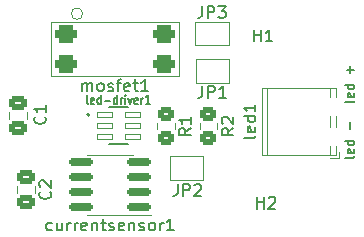
<source format=gto>
G04 #@! TF.GenerationSoftware,KiCad,Pcbnew,7.0.2*
G04 #@! TF.CreationDate,2023-05-22T14:58:51+02:00*
G04 #@! TF.ProjectId,relaismsofet correctie,72656c61-6973-46d7-936f-66657420636f,rev?*
G04 #@! TF.SameCoordinates,Original*
G04 #@! TF.FileFunction,Legend,Top*
G04 #@! TF.FilePolarity,Positive*
%FSLAX46Y46*%
G04 Gerber Fmt 4.6, Leading zero omitted, Abs format (unit mm)*
G04 Created by KiCad (PCBNEW 7.0.2) date 2023-05-22 14:58:51*
%MOMM*%
%LPD*%
G01*
G04 APERTURE LIST*
G04 Aperture macros list*
%AMRoundRect*
0 Rectangle with rounded corners*
0 $1 Rounding radius*
0 $2 $3 $4 $5 $6 $7 $8 $9 X,Y pos of 4 corners*
0 Add a 4 corners polygon primitive as box body*
4,1,4,$2,$3,$4,$5,$6,$7,$8,$9,$2,$3,0*
0 Add four circle primitives for the rounded corners*
1,1,$1+$1,$2,$3*
1,1,$1+$1,$4,$5*
1,1,$1+$1,$6,$7*
1,1,$1+$1,$8,$9*
0 Add four rect primitives between the rounded corners*
20,1,$1+$1,$2,$3,$4,$5,0*
20,1,$1+$1,$4,$5,$6,$7,0*
20,1,$1+$1,$6,$7,$8,$9,0*
20,1,$1+$1,$8,$9,$2,$3,0*%
G04 Aperture macros list end*
%ADD10C,0.200000*%
%ADD11C,0.150000*%
%ADD12C,0.120000*%
%ADD13C,0.127000*%
%ADD14R,1.000000X1.500000*%
%ADD15RoundRect,0.375000X0.575000X0.375000X-0.575000X0.375000X-0.575000X-0.375000X0.575000X-0.375000X0*%
%ADD16C,2.500000*%
%ADD17RoundRect,0.041300X-0.643700X-0.253700X0.643700X-0.253700X0.643700X0.253700X-0.643700X0.253700X0*%
%ADD18RoundRect,0.250000X-0.450000X0.350000X-0.450000X-0.350000X0.450000X-0.350000X0.450000X0.350000X0*%
%ADD19RoundRect,0.250000X0.475000X-0.337500X0.475000X0.337500X-0.475000X0.337500X-0.475000X-0.337500X0*%
%ADD20C,1.100000*%
%ADD21R,2.200000X2.200000*%
%ADD22C,2.200000*%
%ADD23RoundRect,0.250000X-0.475000X0.337500X-0.475000X-0.337500X0.475000X-0.337500X0.475000X0.337500X0*%
%ADD24RoundRect,0.150000X0.825000X0.150000X-0.825000X0.150000X-0.825000X-0.150000X0.825000X-0.150000X0*%
%ADD25R,1.700000X1.700000*%
%ADD26O,1.700000X1.700000*%
G04 APERTURE END LIST*
D10*
X114652095Y-85195238D02*
X114614000Y-85271428D01*
X114614000Y-85271428D02*
X114537809Y-85309523D01*
X114537809Y-85309523D02*
X113852095Y-85309523D01*
X114614000Y-84585713D02*
X114652095Y-84661904D01*
X114652095Y-84661904D02*
X114652095Y-84814285D01*
X114652095Y-84814285D02*
X114614000Y-84890475D01*
X114614000Y-84890475D02*
X114537809Y-84928571D01*
X114537809Y-84928571D02*
X114233047Y-84928571D01*
X114233047Y-84928571D02*
X114156857Y-84890475D01*
X114156857Y-84890475D02*
X114118761Y-84814285D01*
X114118761Y-84814285D02*
X114118761Y-84661904D01*
X114118761Y-84661904D02*
X114156857Y-84585713D01*
X114156857Y-84585713D02*
X114233047Y-84547618D01*
X114233047Y-84547618D02*
X114309238Y-84547618D01*
X114309238Y-84547618D02*
X114385428Y-84928571D01*
X114652095Y-83861904D02*
X113852095Y-83861904D01*
X114614000Y-83861904D02*
X114652095Y-83938095D01*
X114652095Y-83938095D02*
X114652095Y-84090476D01*
X114652095Y-84090476D02*
X114614000Y-84166666D01*
X114614000Y-84166666D02*
X114575904Y-84204761D01*
X114575904Y-84204761D02*
X114499714Y-84242857D01*
X114499714Y-84242857D02*
X114271142Y-84242857D01*
X114271142Y-84242857D02*
X114194952Y-84204761D01*
X114194952Y-84204761D02*
X114156857Y-84166666D01*
X114156857Y-84166666D02*
X114118761Y-84090476D01*
X114118761Y-84090476D02*
X114118761Y-83938095D01*
X114118761Y-83938095D02*
X114156857Y-83861904D01*
X114347333Y-82871427D02*
X114347333Y-82261904D01*
X114652095Y-80470238D02*
X114614000Y-80546428D01*
X114614000Y-80546428D02*
X114537809Y-80584523D01*
X114537809Y-80584523D02*
X113852095Y-80584523D01*
X114614000Y-79860713D02*
X114652095Y-79936904D01*
X114652095Y-79936904D02*
X114652095Y-80089285D01*
X114652095Y-80089285D02*
X114614000Y-80165475D01*
X114614000Y-80165475D02*
X114537809Y-80203571D01*
X114537809Y-80203571D02*
X114233047Y-80203571D01*
X114233047Y-80203571D02*
X114156857Y-80165475D01*
X114156857Y-80165475D02*
X114118761Y-80089285D01*
X114118761Y-80089285D02*
X114118761Y-79936904D01*
X114118761Y-79936904D02*
X114156857Y-79860713D01*
X114156857Y-79860713D02*
X114233047Y-79822618D01*
X114233047Y-79822618D02*
X114309238Y-79822618D01*
X114309238Y-79822618D02*
X114385428Y-80203571D01*
X114652095Y-79136904D02*
X113852095Y-79136904D01*
X114614000Y-79136904D02*
X114652095Y-79213095D01*
X114652095Y-79213095D02*
X114652095Y-79365476D01*
X114652095Y-79365476D02*
X114614000Y-79441666D01*
X114614000Y-79441666D02*
X114575904Y-79479761D01*
X114575904Y-79479761D02*
X114499714Y-79517857D01*
X114499714Y-79517857D02*
X114271142Y-79517857D01*
X114271142Y-79517857D02*
X114194952Y-79479761D01*
X114194952Y-79479761D02*
X114156857Y-79441666D01*
X114156857Y-79441666D02*
X114118761Y-79365476D01*
X114118761Y-79365476D02*
X114118761Y-79213095D01*
X114118761Y-79213095D02*
X114156857Y-79136904D01*
X114347333Y-78146427D02*
X114347333Y-77536904D01*
X114652095Y-77841665D02*
X114042571Y-77841665D01*
D11*
X99716666Y-87537619D02*
X99716666Y-88251904D01*
X99716666Y-88251904D02*
X99669047Y-88394761D01*
X99669047Y-88394761D02*
X99573809Y-88490000D01*
X99573809Y-88490000D02*
X99430952Y-88537619D01*
X99430952Y-88537619D02*
X99335714Y-88537619D01*
X100192857Y-88537619D02*
X100192857Y-87537619D01*
X100192857Y-87537619D02*
X100573809Y-87537619D01*
X100573809Y-87537619D02*
X100669047Y-87585238D01*
X100669047Y-87585238D02*
X100716666Y-87632857D01*
X100716666Y-87632857D02*
X100764285Y-87728095D01*
X100764285Y-87728095D02*
X100764285Y-87870952D01*
X100764285Y-87870952D02*
X100716666Y-87966190D01*
X100716666Y-87966190D02*
X100669047Y-88013809D01*
X100669047Y-88013809D02*
X100573809Y-88061428D01*
X100573809Y-88061428D02*
X100192857Y-88061428D01*
X101145238Y-87632857D02*
X101192857Y-87585238D01*
X101192857Y-87585238D02*
X101288095Y-87537619D01*
X101288095Y-87537619D02*
X101526190Y-87537619D01*
X101526190Y-87537619D02*
X101621428Y-87585238D01*
X101621428Y-87585238D02*
X101669047Y-87632857D01*
X101669047Y-87632857D02*
X101716666Y-87728095D01*
X101716666Y-87728095D02*
X101716666Y-87823333D01*
X101716666Y-87823333D02*
X101669047Y-87966190D01*
X101669047Y-87966190D02*
X101097619Y-88537619D01*
X101097619Y-88537619D02*
X101716666Y-88537619D01*
X101791666Y-72462619D02*
X101791666Y-73176904D01*
X101791666Y-73176904D02*
X101744047Y-73319761D01*
X101744047Y-73319761D02*
X101648809Y-73415000D01*
X101648809Y-73415000D02*
X101505952Y-73462619D01*
X101505952Y-73462619D02*
X101410714Y-73462619D01*
X102267857Y-73462619D02*
X102267857Y-72462619D01*
X102267857Y-72462619D02*
X102648809Y-72462619D01*
X102648809Y-72462619D02*
X102744047Y-72510238D01*
X102744047Y-72510238D02*
X102791666Y-72557857D01*
X102791666Y-72557857D02*
X102839285Y-72653095D01*
X102839285Y-72653095D02*
X102839285Y-72795952D01*
X102839285Y-72795952D02*
X102791666Y-72891190D01*
X102791666Y-72891190D02*
X102744047Y-72938809D01*
X102744047Y-72938809D02*
X102648809Y-72986428D01*
X102648809Y-72986428D02*
X102267857Y-72986428D01*
X103172619Y-72462619D02*
X103791666Y-72462619D01*
X103791666Y-72462619D02*
X103458333Y-72843571D01*
X103458333Y-72843571D02*
X103601190Y-72843571D01*
X103601190Y-72843571D02*
X103696428Y-72891190D01*
X103696428Y-72891190D02*
X103744047Y-72938809D01*
X103744047Y-72938809D02*
X103791666Y-73034047D01*
X103791666Y-73034047D02*
X103791666Y-73272142D01*
X103791666Y-73272142D02*
X103744047Y-73367380D01*
X103744047Y-73367380D02*
X103696428Y-73415000D01*
X103696428Y-73415000D02*
X103601190Y-73462619D01*
X103601190Y-73462619D02*
X103315476Y-73462619D01*
X103315476Y-73462619D02*
X103220238Y-73415000D01*
X103220238Y-73415000D02*
X103172619Y-73367380D01*
X91638095Y-79662619D02*
X91638095Y-78995952D01*
X91638095Y-79091190D02*
X91685714Y-79043571D01*
X91685714Y-79043571D02*
X91780952Y-78995952D01*
X91780952Y-78995952D02*
X91923809Y-78995952D01*
X91923809Y-78995952D02*
X92019047Y-79043571D01*
X92019047Y-79043571D02*
X92066666Y-79138809D01*
X92066666Y-79138809D02*
X92066666Y-79662619D01*
X92066666Y-79138809D02*
X92114285Y-79043571D01*
X92114285Y-79043571D02*
X92209523Y-78995952D01*
X92209523Y-78995952D02*
X92352380Y-78995952D01*
X92352380Y-78995952D02*
X92447619Y-79043571D01*
X92447619Y-79043571D02*
X92495238Y-79138809D01*
X92495238Y-79138809D02*
X92495238Y-79662619D01*
X93114285Y-79662619D02*
X93019047Y-79615000D01*
X93019047Y-79615000D02*
X92971428Y-79567380D01*
X92971428Y-79567380D02*
X92923809Y-79472142D01*
X92923809Y-79472142D02*
X92923809Y-79186428D01*
X92923809Y-79186428D02*
X92971428Y-79091190D01*
X92971428Y-79091190D02*
X93019047Y-79043571D01*
X93019047Y-79043571D02*
X93114285Y-78995952D01*
X93114285Y-78995952D02*
X93257142Y-78995952D01*
X93257142Y-78995952D02*
X93352380Y-79043571D01*
X93352380Y-79043571D02*
X93399999Y-79091190D01*
X93399999Y-79091190D02*
X93447618Y-79186428D01*
X93447618Y-79186428D02*
X93447618Y-79472142D01*
X93447618Y-79472142D02*
X93399999Y-79567380D01*
X93399999Y-79567380D02*
X93352380Y-79615000D01*
X93352380Y-79615000D02*
X93257142Y-79662619D01*
X93257142Y-79662619D02*
X93114285Y-79662619D01*
X93828571Y-79615000D02*
X93923809Y-79662619D01*
X93923809Y-79662619D02*
X94114285Y-79662619D01*
X94114285Y-79662619D02*
X94209523Y-79615000D01*
X94209523Y-79615000D02*
X94257142Y-79519761D01*
X94257142Y-79519761D02*
X94257142Y-79472142D01*
X94257142Y-79472142D02*
X94209523Y-79376904D01*
X94209523Y-79376904D02*
X94114285Y-79329285D01*
X94114285Y-79329285D02*
X93971428Y-79329285D01*
X93971428Y-79329285D02*
X93876190Y-79281666D01*
X93876190Y-79281666D02*
X93828571Y-79186428D01*
X93828571Y-79186428D02*
X93828571Y-79138809D01*
X93828571Y-79138809D02*
X93876190Y-79043571D01*
X93876190Y-79043571D02*
X93971428Y-78995952D01*
X93971428Y-78995952D02*
X94114285Y-78995952D01*
X94114285Y-78995952D02*
X94209523Y-79043571D01*
X94542857Y-78995952D02*
X94923809Y-78995952D01*
X94685714Y-79662619D02*
X94685714Y-78805476D01*
X94685714Y-78805476D02*
X94733333Y-78710238D01*
X94733333Y-78710238D02*
X94828571Y-78662619D01*
X94828571Y-78662619D02*
X94923809Y-78662619D01*
X95638095Y-79615000D02*
X95542857Y-79662619D01*
X95542857Y-79662619D02*
X95352381Y-79662619D01*
X95352381Y-79662619D02*
X95257143Y-79615000D01*
X95257143Y-79615000D02*
X95209524Y-79519761D01*
X95209524Y-79519761D02*
X95209524Y-79138809D01*
X95209524Y-79138809D02*
X95257143Y-79043571D01*
X95257143Y-79043571D02*
X95352381Y-78995952D01*
X95352381Y-78995952D02*
X95542857Y-78995952D01*
X95542857Y-78995952D02*
X95638095Y-79043571D01*
X95638095Y-79043571D02*
X95685714Y-79138809D01*
X95685714Y-79138809D02*
X95685714Y-79234047D01*
X95685714Y-79234047D02*
X95209524Y-79329285D01*
X95971429Y-78995952D02*
X96352381Y-78995952D01*
X96114286Y-78662619D02*
X96114286Y-79519761D01*
X96114286Y-79519761D02*
X96161905Y-79615000D01*
X96161905Y-79615000D02*
X96257143Y-79662619D01*
X96257143Y-79662619D02*
X96352381Y-79662619D01*
X97209524Y-79662619D02*
X96638096Y-79662619D01*
X96923810Y-79662619D02*
X96923810Y-78662619D01*
X96923810Y-78662619D02*
X96828572Y-78805476D01*
X96828572Y-78805476D02*
X96733334Y-78900714D01*
X96733334Y-78900714D02*
X96638096Y-78948333D01*
X106430095Y-89616619D02*
X106430095Y-88616619D01*
X106430095Y-89092809D02*
X107001523Y-89092809D01*
X107001523Y-89616619D02*
X107001523Y-88616619D01*
X107430095Y-88711857D02*
X107477714Y-88664238D01*
X107477714Y-88664238D02*
X107572952Y-88616619D01*
X107572952Y-88616619D02*
X107811047Y-88616619D01*
X107811047Y-88616619D02*
X107906285Y-88664238D01*
X107906285Y-88664238D02*
X107953904Y-88711857D01*
X107953904Y-88711857D02*
X108001523Y-88807095D01*
X108001523Y-88807095D02*
X108001523Y-88902333D01*
X108001523Y-88902333D02*
X107953904Y-89045190D01*
X107953904Y-89045190D02*
X107382476Y-89616619D01*
X107382476Y-89616619D02*
X108001523Y-89616619D01*
X101816666Y-79212619D02*
X101816666Y-79926904D01*
X101816666Y-79926904D02*
X101769047Y-80069761D01*
X101769047Y-80069761D02*
X101673809Y-80165000D01*
X101673809Y-80165000D02*
X101530952Y-80212619D01*
X101530952Y-80212619D02*
X101435714Y-80212619D01*
X102292857Y-80212619D02*
X102292857Y-79212619D01*
X102292857Y-79212619D02*
X102673809Y-79212619D01*
X102673809Y-79212619D02*
X102769047Y-79260238D01*
X102769047Y-79260238D02*
X102816666Y-79307857D01*
X102816666Y-79307857D02*
X102864285Y-79403095D01*
X102864285Y-79403095D02*
X102864285Y-79545952D01*
X102864285Y-79545952D02*
X102816666Y-79641190D01*
X102816666Y-79641190D02*
X102769047Y-79688809D01*
X102769047Y-79688809D02*
X102673809Y-79736428D01*
X102673809Y-79736428D02*
X102292857Y-79736428D01*
X103816666Y-80212619D02*
X103245238Y-80212619D01*
X103530952Y-80212619D02*
X103530952Y-79212619D01*
X103530952Y-79212619D02*
X103435714Y-79355476D01*
X103435714Y-79355476D02*
X103340476Y-79450714D01*
X103340476Y-79450714D02*
X103245238Y-79498333D01*
X92155238Y-80770095D02*
X92094286Y-80732000D01*
X92094286Y-80732000D02*
X92063809Y-80655809D01*
X92063809Y-80655809D02*
X92063809Y-79970095D01*
X92642857Y-80732000D02*
X92581905Y-80770095D01*
X92581905Y-80770095D02*
X92460000Y-80770095D01*
X92460000Y-80770095D02*
X92399047Y-80732000D01*
X92399047Y-80732000D02*
X92368571Y-80655809D01*
X92368571Y-80655809D02*
X92368571Y-80351047D01*
X92368571Y-80351047D02*
X92399047Y-80274857D01*
X92399047Y-80274857D02*
X92460000Y-80236761D01*
X92460000Y-80236761D02*
X92581905Y-80236761D01*
X92581905Y-80236761D02*
X92642857Y-80274857D01*
X92642857Y-80274857D02*
X92673333Y-80351047D01*
X92673333Y-80351047D02*
X92673333Y-80427238D01*
X92673333Y-80427238D02*
X92368571Y-80503428D01*
X93221904Y-80770095D02*
X93221904Y-79970095D01*
X93221904Y-80732000D02*
X93160952Y-80770095D01*
X93160952Y-80770095D02*
X93039047Y-80770095D01*
X93039047Y-80770095D02*
X92978095Y-80732000D01*
X92978095Y-80732000D02*
X92947618Y-80693904D01*
X92947618Y-80693904D02*
X92917142Y-80617714D01*
X92917142Y-80617714D02*
X92917142Y-80389142D01*
X92917142Y-80389142D02*
X92947618Y-80312952D01*
X92947618Y-80312952D02*
X92978095Y-80274857D01*
X92978095Y-80274857D02*
X93039047Y-80236761D01*
X93039047Y-80236761D02*
X93160952Y-80236761D01*
X93160952Y-80236761D02*
X93221904Y-80274857D01*
X93526666Y-80465333D02*
X94014286Y-80465333D01*
X94593333Y-80770095D02*
X94593333Y-79970095D01*
X94593333Y-80732000D02*
X94532381Y-80770095D01*
X94532381Y-80770095D02*
X94410476Y-80770095D01*
X94410476Y-80770095D02*
X94349524Y-80732000D01*
X94349524Y-80732000D02*
X94319047Y-80693904D01*
X94319047Y-80693904D02*
X94288571Y-80617714D01*
X94288571Y-80617714D02*
X94288571Y-80389142D01*
X94288571Y-80389142D02*
X94319047Y-80312952D01*
X94319047Y-80312952D02*
X94349524Y-80274857D01*
X94349524Y-80274857D02*
X94410476Y-80236761D01*
X94410476Y-80236761D02*
X94532381Y-80236761D01*
X94532381Y-80236761D02*
X94593333Y-80274857D01*
X94898095Y-80770095D02*
X94898095Y-80236761D01*
X94898095Y-80389142D02*
X94928572Y-80312952D01*
X94928572Y-80312952D02*
X94959048Y-80274857D01*
X94959048Y-80274857D02*
X95020000Y-80236761D01*
X95020000Y-80236761D02*
X95080953Y-80236761D01*
X95294285Y-80770095D02*
X95294285Y-80236761D01*
X95294285Y-79970095D02*
X95263809Y-80008190D01*
X95263809Y-80008190D02*
X95294285Y-80046285D01*
X95294285Y-80046285D02*
X95324762Y-80008190D01*
X95324762Y-80008190D02*
X95294285Y-79970095D01*
X95294285Y-79970095D02*
X95294285Y-80046285D01*
X95538095Y-80236761D02*
X95690476Y-80770095D01*
X95690476Y-80770095D02*
X95842857Y-80236761D01*
X96330476Y-80732000D02*
X96269524Y-80770095D01*
X96269524Y-80770095D02*
X96147619Y-80770095D01*
X96147619Y-80770095D02*
X96086666Y-80732000D01*
X96086666Y-80732000D02*
X96056190Y-80655809D01*
X96056190Y-80655809D02*
X96056190Y-80351047D01*
X96056190Y-80351047D02*
X96086666Y-80274857D01*
X96086666Y-80274857D02*
X96147619Y-80236761D01*
X96147619Y-80236761D02*
X96269524Y-80236761D01*
X96269524Y-80236761D02*
X96330476Y-80274857D01*
X96330476Y-80274857D02*
X96360952Y-80351047D01*
X96360952Y-80351047D02*
X96360952Y-80427238D01*
X96360952Y-80427238D02*
X96056190Y-80503428D01*
X96635237Y-80770095D02*
X96635237Y-80236761D01*
X96635237Y-80389142D02*
X96665714Y-80312952D01*
X96665714Y-80312952D02*
X96696190Y-80274857D01*
X96696190Y-80274857D02*
X96757142Y-80236761D01*
X96757142Y-80236761D02*
X96818095Y-80236761D01*
X97366666Y-80770095D02*
X97000951Y-80770095D01*
X97183808Y-80770095D02*
X97183808Y-79970095D01*
X97183808Y-79970095D02*
X97122856Y-80084380D01*
X97122856Y-80084380D02*
X97061904Y-80160571D01*
X97061904Y-80160571D02*
X97000951Y-80198666D01*
X104437619Y-82791666D02*
X103961428Y-83124999D01*
X104437619Y-83363094D02*
X103437619Y-83363094D01*
X103437619Y-83363094D02*
X103437619Y-82982142D01*
X103437619Y-82982142D02*
X103485238Y-82886904D01*
X103485238Y-82886904D02*
X103532857Y-82839285D01*
X103532857Y-82839285D02*
X103628095Y-82791666D01*
X103628095Y-82791666D02*
X103770952Y-82791666D01*
X103770952Y-82791666D02*
X103866190Y-82839285D01*
X103866190Y-82839285D02*
X103913809Y-82886904D01*
X103913809Y-82886904D02*
X103961428Y-82982142D01*
X103961428Y-82982142D02*
X103961428Y-83363094D01*
X103532857Y-82410713D02*
X103485238Y-82363094D01*
X103485238Y-82363094D02*
X103437619Y-82267856D01*
X103437619Y-82267856D02*
X103437619Y-82029761D01*
X103437619Y-82029761D02*
X103485238Y-81934523D01*
X103485238Y-81934523D02*
X103532857Y-81886904D01*
X103532857Y-81886904D02*
X103628095Y-81839285D01*
X103628095Y-81839285D02*
X103723333Y-81839285D01*
X103723333Y-81839285D02*
X103866190Y-81886904D01*
X103866190Y-81886904D02*
X104437619Y-82458332D01*
X104437619Y-82458332D02*
X104437619Y-81839285D01*
X100837619Y-82791666D02*
X100361428Y-83124999D01*
X100837619Y-83363094D02*
X99837619Y-83363094D01*
X99837619Y-83363094D02*
X99837619Y-82982142D01*
X99837619Y-82982142D02*
X99885238Y-82886904D01*
X99885238Y-82886904D02*
X99932857Y-82839285D01*
X99932857Y-82839285D02*
X100028095Y-82791666D01*
X100028095Y-82791666D02*
X100170952Y-82791666D01*
X100170952Y-82791666D02*
X100266190Y-82839285D01*
X100266190Y-82839285D02*
X100313809Y-82886904D01*
X100313809Y-82886904D02*
X100361428Y-82982142D01*
X100361428Y-82982142D02*
X100361428Y-83363094D01*
X100837619Y-81839285D02*
X100837619Y-82410713D01*
X100837619Y-82124999D02*
X99837619Y-82124999D01*
X99837619Y-82124999D02*
X99980476Y-82220237D01*
X99980476Y-82220237D02*
X100075714Y-82315475D01*
X100075714Y-82315475D02*
X100123333Y-82410713D01*
X88467380Y-81816666D02*
X88515000Y-81864285D01*
X88515000Y-81864285D02*
X88562619Y-82007142D01*
X88562619Y-82007142D02*
X88562619Y-82102380D01*
X88562619Y-82102380D02*
X88515000Y-82245237D01*
X88515000Y-82245237D02*
X88419761Y-82340475D01*
X88419761Y-82340475D02*
X88324523Y-82388094D01*
X88324523Y-82388094D02*
X88134047Y-82435713D01*
X88134047Y-82435713D02*
X87991190Y-82435713D01*
X87991190Y-82435713D02*
X87800714Y-82388094D01*
X87800714Y-82388094D02*
X87705476Y-82340475D01*
X87705476Y-82340475D02*
X87610238Y-82245237D01*
X87610238Y-82245237D02*
X87562619Y-82102380D01*
X87562619Y-82102380D02*
X87562619Y-82007142D01*
X87562619Y-82007142D02*
X87610238Y-81864285D01*
X87610238Y-81864285D02*
X87657857Y-81816666D01*
X88562619Y-80864285D02*
X88562619Y-81435713D01*
X88562619Y-81149999D02*
X87562619Y-81149999D01*
X87562619Y-81149999D02*
X87705476Y-81245237D01*
X87705476Y-81245237D02*
X87800714Y-81340475D01*
X87800714Y-81340475D02*
X87848333Y-81435713D01*
X106302619Y-83468095D02*
X106255000Y-83563333D01*
X106255000Y-83563333D02*
X106159761Y-83610952D01*
X106159761Y-83610952D02*
X105302619Y-83610952D01*
X106255000Y-82706190D02*
X106302619Y-82801428D01*
X106302619Y-82801428D02*
X106302619Y-82991904D01*
X106302619Y-82991904D02*
X106255000Y-83087142D01*
X106255000Y-83087142D02*
X106159761Y-83134761D01*
X106159761Y-83134761D02*
X105778809Y-83134761D01*
X105778809Y-83134761D02*
X105683571Y-83087142D01*
X105683571Y-83087142D02*
X105635952Y-82991904D01*
X105635952Y-82991904D02*
X105635952Y-82801428D01*
X105635952Y-82801428D02*
X105683571Y-82706190D01*
X105683571Y-82706190D02*
X105778809Y-82658571D01*
X105778809Y-82658571D02*
X105874047Y-82658571D01*
X105874047Y-82658571D02*
X105969285Y-83134761D01*
X106302619Y-81801428D02*
X105302619Y-81801428D01*
X106255000Y-81801428D02*
X106302619Y-81896666D01*
X106302619Y-81896666D02*
X106302619Y-82087142D01*
X106302619Y-82087142D02*
X106255000Y-82182380D01*
X106255000Y-82182380D02*
X106207380Y-82229999D01*
X106207380Y-82229999D02*
X106112142Y-82277618D01*
X106112142Y-82277618D02*
X105826428Y-82277618D01*
X105826428Y-82277618D02*
X105731190Y-82229999D01*
X105731190Y-82229999D02*
X105683571Y-82182380D01*
X105683571Y-82182380D02*
X105635952Y-82087142D01*
X105635952Y-82087142D02*
X105635952Y-81896666D01*
X105635952Y-81896666D02*
X105683571Y-81801428D01*
X106302619Y-80801428D02*
X106302619Y-81372856D01*
X106302619Y-81087142D02*
X105302619Y-81087142D01*
X105302619Y-81087142D02*
X105445476Y-81182380D01*
X105445476Y-81182380D02*
X105540714Y-81277618D01*
X105540714Y-81277618D02*
X105588333Y-81372856D01*
X88915380Y-88166666D02*
X88963000Y-88214285D01*
X88963000Y-88214285D02*
X89010619Y-88357142D01*
X89010619Y-88357142D02*
X89010619Y-88452380D01*
X89010619Y-88452380D02*
X88963000Y-88595237D01*
X88963000Y-88595237D02*
X88867761Y-88690475D01*
X88867761Y-88690475D02*
X88772523Y-88738094D01*
X88772523Y-88738094D02*
X88582047Y-88785713D01*
X88582047Y-88785713D02*
X88439190Y-88785713D01*
X88439190Y-88785713D02*
X88248714Y-88738094D01*
X88248714Y-88738094D02*
X88153476Y-88690475D01*
X88153476Y-88690475D02*
X88058238Y-88595237D01*
X88058238Y-88595237D02*
X88010619Y-88452380D01*
X88010619Y-88452380D02*
X88010619Y-88357142D01*
X88010619Y-88357142D02*
X88058238Y-88214285D01*
X88058238Y-88214285D02*
X88105857Y-88166666D01*
X88105857Y-87785713D02*
X88058238Y-87738094D01*
X88058238Y-87738094D02*
X88010619Y-87642856D01*
X88010619Y-87642856D02*
X88010619Y-87404761D01*
X88010619Y-87404761D02*
X88058238Y-87309523D01*
X88058238Y-87309523D02*
X88105857Y-87261904D01*
X88105857Y-87261904D02*
X88201095Y-87214285D01*
X88201095Y-87214285D02*
X88296333Y-87214285D01*
X88296333Y-87214285D02*
X88439190Y-87261904D01*
X88439190Y-87261904D02*
X89010619Y-87833332D01*
X89010619Y-87833332D02*
X89010619Y-87214285D01*
X106174095Y-75462619D02*
X106174095Y-74462619D01*
X106174095Y-74938809D02*
X106745523Y-74938809D01*
X106745523Y-75462619D02*
X106745523Y-74462619D01*
X107745523Y-75462619D02*
X107174095Y-75462619D01*
X107459809Y-75462619D02*
X107459809Y-74462619D01*
X107459809Y-74462619D02*
X107364571Y-74605476D01*
X107364571Y-74605476D02*
X107269333Y-74700714D01*
X107269333Y-74700714D02*
X107174095Y-74748333D01*
X89046427Y-91415000D02*
X88951189Y-91462619D01*
X88951189Y-91462619D02*
X88760713Y-91462619D01*
X88760713Y-91462619D02*
X88665475Y-91415000D01*
X88665475Y-91415000D02*
X88617856Y-91367380D01*
X88617856Y-91367380D02*
X88570237Y-91272142D01*
X88570237Y-91272142D02*
X88570237Y-90986428D01*
X88570237Y-90986428D02*
X88617856Y-90891190D01*
X88617856Y-90891190D02*
X88665475Y-90843571D01*
X88665475Y-90843571D02*
X88760713Y-90795952D01*
X88760713Y-90795952D02*
X88951189Y-90795952D01*
X88951189Y-90795952D02*
X89046427Y-90843571D01*
X89903570Y-90795952D02*
X89903570Y-91462619D01*
X89474999Y-90795952D02*
X89474999Y-91319761D01*
X89474999Y-91319761D02*
X89522618Y-91415000D01*
X89522618Y-91415000D02*
X89617856Y-91462619D01*
X89617856Y-91462619D02*
X89760713Y-91462619D01*
X89760713Y-91462619D02*
X89855951Y-91415000D01*
X89855951Y-91415000D02*
X89903570Y-91367380D01*
X90379761Y-91462619D02*
X90379761Y-90795952D01*
X90379761Y-90986428D02*
X90427380Y-90891190D01*
X90427380Y-90891190D02*
X90474999Y-90843571D01*
X90474999Y-90843571D02*
X90570237Y-90795952D01*
X90570237Y-90795952D02*
X90665475Y-90795952D01*
X90998809Y-91462619D02*
X90998809Y-90795952D01*
X90998809Y-90986428D02*
X91046428Y-90891190D01*
X91046428Y-90891190D02*
X91094047Y-90843571D01*
X91094047Y-90843571D02*
X91189285Y-90795952D01*
X91189285Y-90795952D02*
X91284523Y-90795952D01*
X91998809Y-91415000D02*
X91903571Y-91462619D01*
X91903571Y-91462619D02*
X91713095Y-91462619D01*
X91713095Y-91462619D02*
X91617857Y-91415000D01*
X91617857Y-91415000D02*
X91570238Y-91319761D01*
X91570238Y-91319761D02*
X91570238Y-90938809D01*
X91570238Y-90938809D02*
X91617857Y-90843571D01*
X91617857Y-90843571D02*
X91713095Y-90795952D01*
X91713095Y-90795952D02*
X91903571Y-90795952D01*
X91903571Y-90795952D02*
X91998809Y-90843571D01*
X91998809Y-90843571D02*
X92046428Y-90938809D01*
X92046428Y-90938809D02*
X92046428Y-91034047D01*
X92046428Y-91034047D02*
X91570238Y-91129285D01*
X92475000Y-90795952D02*
X92475000Y-91462619D01*
X92475000Y-90891190D02*
X92522619Y-90843571D01*
X92522619Y-90843571D02*
X92617857Y-90795952D01*
X92617857Y-90795952D02*
X92760714Y-90795952D01*
X92760714Y-90795952D02*
X92855952Y-90843571D01*
X92855952Y-90843571D02*
X92903571Y-90938809D01*
X92903571Y-90938809D02*
X92903571Y-91462619D01*
X93236905Y-90795952D02*
X93617857Y-90795952D01*
X93379762Y-90462619D02*
X93379762Y-91319761D01*
X93379762Y-91319761D02*
X93427381Y-91415000D01*
X93427381Y-91415000D02*
X93522619Y-91462619D01*
X93522619Y-91462619D02*
X93617857Y-91462619D01*
X93903572Y-91415000D02*
X93998810Y-91462619D01*
X93998810Y-91462619D02*
X94189286Y-91462619D01*
X94189286Y-91462619D02*
X94284524Y-91415000D01*
X94284524Y-91415000D02*
X94332143Y-91319761D01*
X94332143Y-91319761D02*
X94332143Y-91272142D01*
X94332143Y-91272142D02*
X94284524Y-91176904D01*
X94284524Y-91176904D02*
X94189286Y-91129285D01*
X94189286Y-91129285D02*
X94046429Y-91129285D01*
X94046429Y-91129285D02*
X93951191Y-91081666D01*
X93951191Y-91081666D02*
X93903572Y-90986428D01*
X93903572Y-90986428D02*
X93903572Y-90938809D01*
X93903572Y-90938809D02*
X93951191Y-90843571D01*
X93951191Y-90843571D02*
X94046429Y-90795952D01*
X94046429Y-90795952D02*
X94189286Y-90795952D01*
X94189286Y-90795952D02*
X94284524Y-90843571D01*
X95141667Y-91415000D02*
X95046429Y-91462619D01*
X95046429Y-91462619D02*
X94855953Y-91462619D01*
X94855953Y-91462619D02*
X94760715Y-91415000D01*
X94760715Y-91415000D02*
X94713096Y-91319761D01*
X94713096Y-91319761D02*
X94713096Y-90938809D01*
X94713096Y-90938809D02*
X94760715Y-90843571D01*
X94760715Y-90843571D02*
X94855953Y-90795952D01*
X94855953Y-90795952D02*
X95046429Y-90795952D01*
X95046429Y-90795952D02*
X95141667Y-90843571D01*
X95141667Y-90843571D02*
X95189286Y-90938809D01*
X95189286Y-90938809D02*
X95189286Y-91034047D01*
X95189286Y-91034047D02*
X94713096Y-91129285D01*
X95617858Y-90795952D02*
X95617858Y-91462619D01*
X95617858Y-90891190D02*
X95665477Y-90843571D01*
X95665477Y-90843571D02*
X95760715Y-90795952D01*
X95760715Y-90795952D02*
X95903572Y-90795952D01*
X95903572Y-90795952D02*
X95998810Y-90843571D01*
X95998810Y-90843571D02*
X96046429Y-90938809D01*
X96046429Y-90938809D02*
X96046429Y-91462619D01*
X96475001Y-91415000D02*
X96570239Y-91462619D01*
X96570239Y-91462619D02*
X96760715Y-91462619D01*
X96760715Y-91462619D02*
X96855953Y-91415000D01*
X96855953Y-91415000D02*
X96903572Y-91319761D01*
X96903572Y-91319761D02*
X96903572Y-91272142D01*
X96903572Y-91272142D02*
X96855953Y-91176904D01*
X96855953Y-91176904D02*
X96760715Y-91129285D01*
X96760715Y-91129285D02*
X96617858Y-91129285D01*
X96617858Y-91129285D02*
X96522620Y-91081666D01*
X96522620Y-91081666D02*
X96475001Y-90986428D01*
X96475001Y-90986428D02*
X96475001Y-90938809D01*
X96475001Y-90938809D02*
X96522620Y-90843571D01*
X96522620Y-90843571D02*
X96617858Y-90795952D01*
X96617858Y-90795952D02*
X96760715Y-90795952D01*
X96760715Y-90795952D02*
X96855953Y-90843571D01*
X97475001Y-91462619D02*
X97379763Y-91415000D01*
X97379763Y-91415000D02*
X97332144Y-91367380D01*
X97332144Y-91367380D02*
X97284525Y-91272142D01*
X97284525Y-91272142D02*
X97284525Y-90986428D01*
X97284525Y-90986428D02*
X97332144Y-90891190D01*
X97332144Y-90891190D02*
X97379763Y-90843571D01*
X97379763Y-90843571D02*
X97475001Y-90795952D01*
X97475001Y-90795952D02*
X97617858Y-90795952D01*
X97617858Y-90795952D02*
X97713096Y-90843571D01*
X97713096Y-90843571D02*
X97760715Y-90891190D01*
X97760715Y-90891190D02*
X97808334Y-90986428D01*
X97808334Y-90986428D02*
X97808334Y-91272142D01*
X97808334Y-91272142D02*
X97760715Y-91367380D01*
X97760715Y-91367380D02*
X97713096Y-91415000D01*
X97713096Y-91415000D02*
X97617858Y-91462619D01*
X97617858Y-91462619D02*
X97475001Y-91462619D01*
X98236906Y-91462619D02*
X98236906Y-90795952D01*
X98236906Y-90986428D02*
X98284525Y-90891190D01*
X98284525Y-90891190D02*
X98332144Y-90843571D01*
X98332144Y-90843571D02*
X98427382Y-90795952D01*
X98427382Y-90795952D02*
X98522620Y-90795952D01*
X99379763Y-91462619D02*
X98808335Y-91462619D01*
X99094049Y-91462619D02*
X99094049Y-90462619D01*
X99094049Y-90462619D02*
X98998811Y-90605476D01*
X98998811Y-90605476D02*
X98903573Y-90700714D01*
X98903573Y-90700714D02*
X98808335Y-90748333D01*
D12*
X99075000Y-85200000D02*
X101875000Y-85200000D01*
X99075000Y-87200000D02*
X99075000Y-85200000D01*
X101875000Y-85200000D02*
X101875000Y-87200000D01*
X101875000Y-87200000D02*
X99075000Y-87200000D01*
X101225000Y-73800000D02*
X104025000Y-73800000D01*
X101225000Y-75800000D02*
X101225000Y-73800000D01*
X104025000Y-73800000D02*
X104025000Y-75800000D01*
X104025000Y-75800000D02*
X101225000Y-75800000D01*
X89025000Y-78375000D02*
X99825000Y-78375000D01*
X99825000Y-78375000D02*
X99825000Y-73775000D01*
X99825000Y-73775000D02*
X89025000Y-73775000D01*
X89025000Y-73775000D02*
X89025000Y-78375000D01*
X91677701Y-73105000D02*
G75*
G03*
X91677701Y-73105000I-482701J0D01*
G01*
X104050000Y-78950000D02*
X101250000Y-78950000D01*
X104050000Y-76950000D02*
X104050000Y-78950000D01*
X101250000Y-78950000D02*
X101250000Y-76950000D01*
X101250000Y-76950000D02*
X104050000Y-76950000D01*
D13*
X93925000Y-81035000D02*
X95525000Y-81035000D01*
X95525000Y-84165000D02*
X93925000Y-84165000D01*
D10*
X92250000Y-81655000D02*
G75*
G03*
X92250000Y-81655000I-100000J0D01*
G01*
D12*
X103060000Y-82397936D02*
X103060000Y-82852064D01*
X101590000Y-82397936D02*
X101590000Y-82852064D01*
X99460000Y-82397936D02*
X99460000Y-82852064D01*
X97990000Y-82397936D02*
X97990000Y-82852064D01*
X85472600Y-81998452D02*
X85472600Y-81475948D01*
X86942600Y-81998452D02*
X86942600Y-81475948D01*
X112660000Y-85300000D02*
X113400000Y-85300000D01*
X113400000Y-85300000D02*
X113400000Y-84800000D01*
X106840000Y-85060000D02*
X113160000Y-85060000D01*
X106840000Y-85060000D02*
X106840000Y-79400000D01*
X107300000Y-85060000D02*
X107300000Y-79400000D01*
X112600000Y-85060000D02*
X112600000Y-84290000D01*
X113160000Y-85060000D02*
X113160000Y-84290000D01*
X112600000Y-82710000D02*
X112600000Y-81750000D01*
X113160000Y-82710000D02*
X113160000Y-81750000D01*
X112600000Y-80170000D02*
X112600000Y-79400000D01*
X113160000Y-80170000D02*
X113160000Y-79400000D01*
X106840000Y-79400000D02*
X113160000Y-79400000D01*
X87603000Y-87738748D02*
X87603000Y-88261252D01*
X86133000Y-87738748D02*
X86133000Y-88261252D01*
X93975000Y-90160000D02*
X97425000Y-90160000D01*
X93975000Y-90160000D02*
X92025000Y-90160000D01*
X93975000Y-85040000D02*
X95925000Y-85040000D01*
X93975000Y-85040000D02*
X92025000Y-85040000D01*
%LPC*%
D14*
X99825000Y-86200000D03*
X101125000Y-86200000D03*
X101975000Y-74800000D03*
X103275000Y-74800000D03*
D15*
X90274996Y-74805000D03*
X90274996Y-77345000D03*
X98574996Y-77345000D03*
X98574996Y-74805000D03*
D16*
X111000000Y-89000000D03*
D14*
X103300000Y-77950000D03*
X102000000Y-77950000D03*
D17*
X93550000Y-81650000D03*
X93550000Y-82600000D03*
X93550000Y-83550000D03*
X95900000Y-83550000D03*
X95900000Y-82600000D03*
X95900000Y-81650000D03*
D18*
X102325000Y-81625000D03*
X102325000Y-83625000D03*
X98725000Y-81625000D03*
X98725000Y-83625000D03*
D19*
X86207600Y-82774700D03*
X86207600Y-80699700D03*
D20*
X112540000Y-83500000D03*
X112540000Y-80960000D03*
D21*
X110000000Y-83500000D03*
D22*
X110000000Y-80960000D03*
D23*
X86868000Y-86962500D03*
X86868000Y-89037500D03*
D16*
X111000000Y-75000000D03*
D24*
X96450000Y-89505000D03*
X96450000Y-88235000D03*
X96450000Y-86965000D03*
X96450000Y-85695000D03*
X91500000Y-85695000D03*
X91500000Y-86965000D03*
X91500000Y-88235000D03*
X91500000Y-89505000D03*
D25*
X82000000Y-77000000D03*
D26*
X82000000Y-74460000D03*
D25*
X82000000Y-83500000D03*
D26*
X82000000Y-80960000D03*
D25*
X82000000Y-90000000D03*
D26*
X82000000Y-87460000D03*
%LPD*%
M02*

</source>
